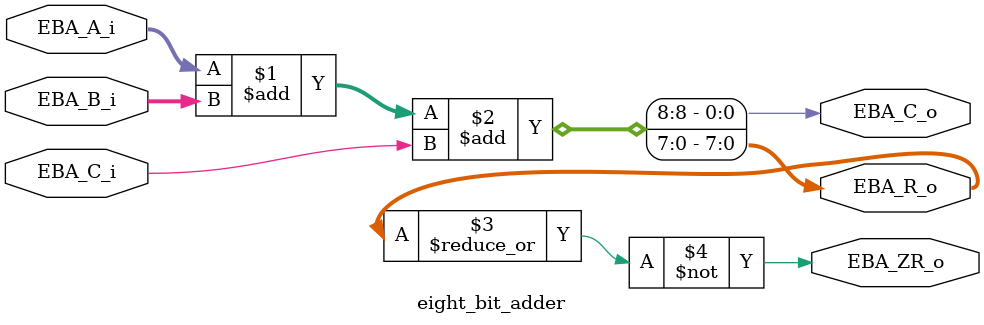
<source format=sv>
module eight_bit_adder(
    input  logic [7:0] EBA_A_i,
    input  logic [7:0] EBA_B_i,
    output logic [7:0] EBA_R_o,
    output logic EBA_ZR_o,
    input logic EBA_C_i,
    output logic EBA_C_o
);

    assign {EBA_C_o, EBA_R_o} = EBA_A_i + EBA_B_i + EBA_C_i;
    assign EBA_ZR_o = ~(|EBA_R_o);

endmodule
</source>
